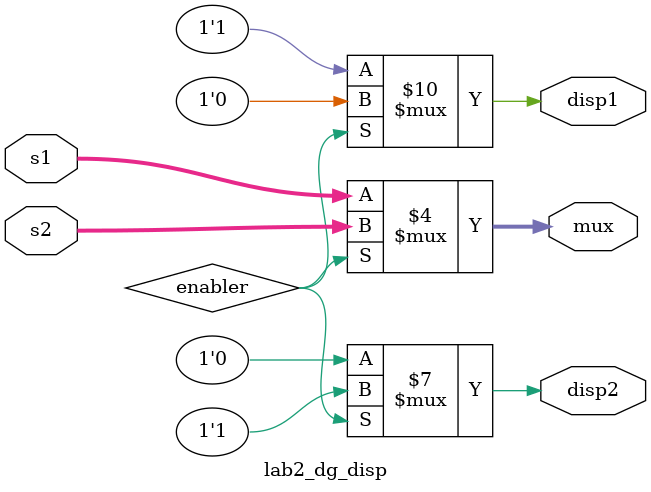
<source format=sv>
module lab2_dg_disp(input logic [3:0] s1,
                    input logic [3:0] s2,
                    output logic disp1,
					output logic disp2,
                    output logic [3:0] mux);

logic enabler;
	always_comb begin
		if (enabler ==1'b0) begin
			disp1 = 1'b1;
			disp2 = 1'b0;
			mux = s1;
		end
		else begin
			disp1 = 1'b0;
			disp2 = 1'b1;
			mux = s2;
		end 
	end

endmodule

</source>
